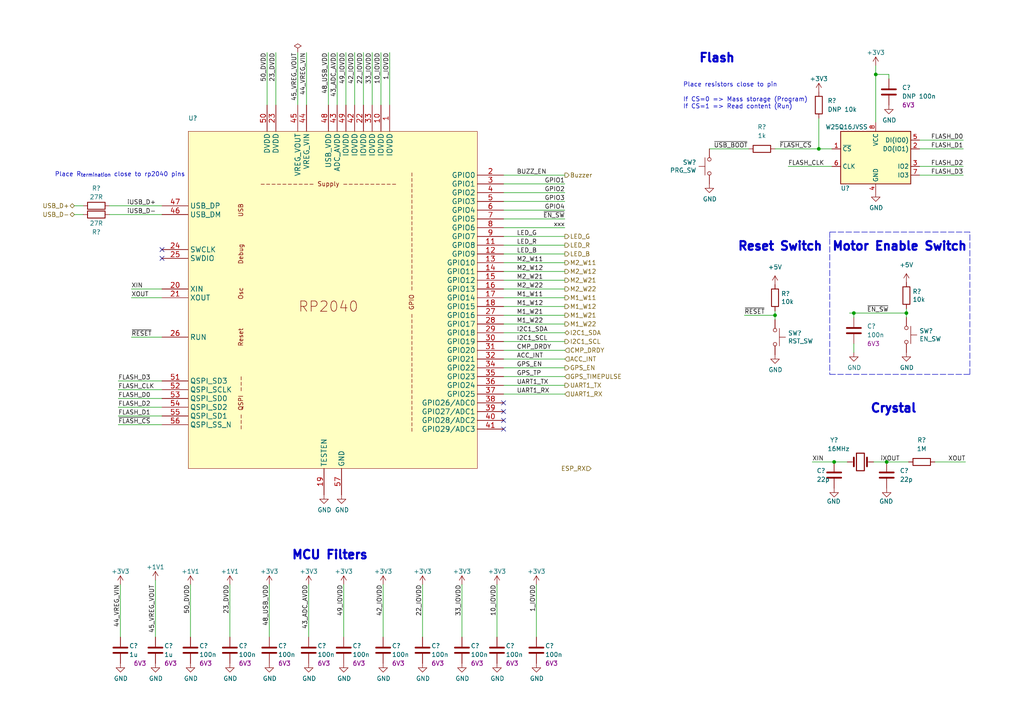
<source format=kicad_sch>
(kicad_sch (version 20211123) (generator eeschema)
  (paper "A4")
  (lib_symbols
    (symbol "Connector_Generic:Conn_02x03_Counter_Clockwise" (pin_names (offset 1.016) hide)
      (property "Reference" "J" (at 1.27 5.08 0))
      (property "Value" "Conn_02x03_Counter_Clockwise" (at 1.27 -5.08 0))
      (symbol "Conn_02x03_Counter_Clockwise_1_1"
        (rectangle (start -1.27 -2.413) (end 0 -2.667) (stroke (width 0.1524)))
        (rectangle (start -1.27 0.127) (end 0 -0.127) (stroke (width 0.1524)))
        (rectangle (start -1.27 2.667) (end 0 2.413) (stroke (width 0.1524)))
        (rectangle (start -1.27 3.81) (end 3.81 -3.81) (stroke (width 0.254)) (fill (type background)))
        (rectangle (start 3.81 -2.413) (end 2.54 -2.667) (stroke (width 0.1524)))
        (rectangle (start 3.81 0.127) (end 2.54 -0.127) (stroke (width 0.1524)))
        (rectangle (start 3.81 2.667) (end 2.54 2.413) (stroke (width 0.1524)))
        (pin passive line (at -5.08 2.54 0) (length 3.81) (name "Pin_1") (number "1"))
        (pin passive line (at -5.08 0 0) (length 3.81) (name "Pin_2") (number "2"))
        (pin passive line (at -5.08 -2.54 0) (length 3.81) (name "Pin_3") (number "3"))
        (pin passive line (at 7.62 -2.54 180) (length 3.81) (name "Pin_4") (number "4"))
        (pin passive line (at 7.62 0 180) (length 3.81) (name "Pin_5") (number "5"))
        (pin passive line (at 7.62 2.54 180) (length 3.81) (name "Pin_6") (number "6"))
      )
    )
    (symbol "Connector_Generic:Conn_02x05_Counter_Clockwise" (pin_names (offset 1.016) hide)
      (property "Reference" "J" (at 1.27 7.62 0))
      (property "Value" "Conn_02x05_Counter_Clockwise" (at 1.27 -7.62 0))
      (symbol "Conn_02x05_Counter_Clockwise_1_1"
        (rectangle (start -1.27 -4.953) (end 0 -5.207) (stroke (width 0.1524)))
        (rectangle (start -1.27 -2.413) (end 0 -2.667) (stroke (width 0.1524)))
        (rectangle (start -1.27 0.127) (end 0 -0.127) (stroke (width 0.1524)))
        (rectangle (start -1.27 2.667) (end 0 2.413) (stroke (width 0.1524)))
        (rectangle (start -1.27 5.207) (end 0 4.953) (stroke (width 0.1524)))
        (rectangle (start -1.27 6.35) (end 3.81 -6.35) (stroke (width 0.254)) (fill (type background)))
        (rectangle (start 3.81 -4.953) (end 2.54 -5.207) (stroke (width 0.1524)))
        (rectangle (start 3.81 -2.413) (end 2.54 -2.667) (stroke (width 0.1524)))
        (rectangle (start 3.81 0.127) (end 2.54 -0.127) (stroke (width 0.1524)))
        (rectangle (start 3.81 2.667) (end 2.54 2.413) (stroke (width 0.1524)))
        (rectangle (start 3.81 5.207) (end 2.54 4.953) (stroke (width 0.1524)))
        (pin passive line (at -5.08 5.08 0) (length 3.81) (name "Pin_1") (number "1"))
        (pin passive line (at 7.62 5.08 180) (length 3.81) (name "Pin_10") (number "10"))
        (pin passive line (at -5.08 2.54 0) (length 3.81) (name "Pin_2") (number "2"))
        (pin passive line (at -5.08 0 0) (length 3.81) (name "Pin_3") (number "3"))
        (pin passive line (at -5.08 -2.54 0) (length 3.81) (name "Pin_4") (number "4"))
        (pin passive line (at -5.08 -5.08 0) (length 3.81) (name "Pin_5") (number "5"))
        (pin passive line (at 7.62 -5.08 180) (length 3.81) (name "Pin_6") (number "6"))
        (pin passive line (at 7.62 -2.54 180) (length 3.81) (name "Pin_7") (number "7"))
        (pin passive line (at 7.62 0 180) (length 3.81) (name "Pin_8") (number "8"))
        (pin passive line (at 7.62 2.54 180) (length 3.81) (name "Pin_9") (number "9"))
      )
    )
    (symbol "Device:C" (pin_numbers hide) (pin_names (offset 0.254))
      (property "Reference" "C" (at 0.635 2.54 0))
      (property "Value" "C" (at 0.635 -2.54 0))
      (symbol "C_0_1"
        (polyline (pts (xy -2.032 -0.762) (xy 2.032 -0.762)) (stroke (width 0.508)))
        (polyline (pts (xy -2.032 0.762) (xy 2.032 0.762)) (stroke (width 0.508)))
      )
      (symbol "C_1_1"
        (pin passive line (at 0 3.81 270) (length 2.794) (name "~") (number "1"))
        (pin passive line (at 0 -3.81 90) (length 2.794) (name "~") (number "2"))
      )
    )
    (symbol "Device:Crystal" (pin_numbers hide) (pin_names (offset 1.016) hide)
      (property "Reference" "Y" (at 0 3.81 0))
      (property "Value" "Crystal" (at 0 -3.81 0))
      (symbol "Crystal_0_1"
        (rectangle (start -1.143 2.54) (end 1.143 -2.54) (stroke (width 0.3048)))
        (polyline (pts (xy -2.54 0) (xy -1.905 0)))
        (polyline (pts (xy -1.905 -1.27) (xy -1.905 1.27)) (stroke (width 0.508)))
        (polyline (pts (xy 1.905 -1.27) (xy 1.905 1.27)) (stroke (width 0.508)))
        (polyline (pts (xy 2.54 0) (xy 1.905 0)))
      )
      (symbol "Crystal_1_1"
        (pin passive line (at -3.81 0 0) (length 1.27) (name "1") (number "1"))
        (pin passive line (at 3.81 0 180) (length 1.27) (name "2") (number "2"))
      )
    )
    (symbol "Device:R" (pin_numbers hide) (pin_names (offset 0))
      (property "Reference" "R" (at 2.032 0 90))
      (property "Value" "R" (at 0 0 90))
      (symbol "R_0_1"
        (rectangle (start -1.016 -2.54) (end 1.016 2.54) (stroke (width 0.254)))
      )
      (symbol "R_1_1"
        (pin passive line (at 0 3.81 270) (length 1.27) (name "~") (number "1"))
        (pin passive line (at 0 -3.81 90) (length 1.27) (name "~") (number "2"))
      )
    )
    (symbol "HSD:RP2040"
      (property "Reference" "U?" (at -41.91 54.61 0))
      (property "Value" "RP2040" (at -41.91 52.07 0))
      (symbol "RP2040_1_1"
        (rectangle (start -41.91 50.8) (end 41.91 -46.99) (stroke (width 0.127)) (fill (type background)))
        (text "--- QSPI ---" (at -26.67 -27.94 900) (effects (font (size 1.27 1.27))))
        (text "---------- Supply ----------" (at -1.27 35.56 0) (effects (font (size 1.27 1.27))))
        (text "---------------------- GPIO ----------------------" (at 22.86 1.27 900) (effects (font (size 1.27 1.27))))
        (text "Debug" (at -26.67 15.24 900) (effects (font (size 1.27 1.27))))
        (text "Osc" (at -26.67 3.81 900) (effects (font (size 1.27 1.27))))
        (text "Reset" (at -26.67 -8.89 900) (effects (font (size 1.27 1.27))))
        (text "RP2040" (at -1.27 0 0) (effects (font (size 2.9972 2.9972))))
        (text "USB" (at -26.67 27.94 900) (effects (font (size 1.27 1.27))))
        (pin power_in line (at 16.51 58.42 270) (length 7.62) (name "IOVDD") (number "1"))
        (pin power_in line (at 13.97 58.42 270) (length 7.62) (name "IOVDD") (number "10"))
        (pin bidirectional line (at 49.53 17.78 180) (length 7.62) (name "GPIO8") (number "11"))
        (pin bidirectional line (at 49.53 15.24 180) (length 7.62) (name "GPIO9") (number "12"))
        (pin bidirectional line (at 49.53 12.7 180) (length 7.62) (name "GPIO10") (number "13"))
        (pin bidirectional line (at 49.53 10.16 180) (length 7.62) (name "GPIO11") (number "14"))
        (pin bidirectional line (at 49.53 7.62 180) (length 7.62) (name "GPIO12") (number "15"))
        (pin bidirectional line (at 49.53 5.08 180) (length 7.62) (name "GPIO13") (number "16"))
        (pin bidirectional line (at 49.53 2.54 180) (length 7.62) (name "GPIO14") (number "17"))
        (pin bidirectional line (at 49.53 0 180) (length 7.62) (name "GPIO15") (number "18"))
        (pin unspecified line (at -2.54 -54.61 90) (length 7.62) (name "TESTEN") (number "19"))
        (pin bidirectional line (at 49.53 38.1 180) (length 7.62) (name "GPIO0") (number "2"))
        (pin input line (at -49.53 5.08 0) (length 7.62) (name "XIN") (number "20"))
        (pin output line (at -49.53 2.54 0) (length 7.62) (name "XOUT") (number "21"))
        (pin power_in line (at 8.89 58.42 270) (length 7.62) (name "IOVDD") (number "22"))
        (pin power_in line (at -16.51 58.42 270) (length 7.62) (name "DVDD") (number "23"))
        (pin unspecified line (at -49.53 16.51 0) (length 7.62) (name "SWCLK") (number "24"))
        (pin unspecified line (at -49.53 13.97 0) (length 7.62) (name "SWDIO") (number "25"))
        (pin input line (at -49.53 -8.89 0) (length 7.62) (name "RUN") (number "26"))
        (pin bidirectional line (at 49.53 -2.54 180) (length 7.62) (name "GPIO16") (number "27"))
        (pin bidirectional line (at 49.53 -5.08 180) (length 7.62) (name "GPIO17") (number "28"))
        (pin bidirectional line (at 49.53 -7.62 180) (length 7.62) (name "GPIO18") (number "29"))
        (pin bidirectional line (at 49.53 35.56 180) (length 7.62) (name "GPIO1") (number "3"))
        (pin bidirectional line (at 49.53 -10.16 180) (length 7.62) (name "GPIO19") (number "30"))
        (pin bidirectional line (at 49.53 -12.7 180) (length 7.62) (name "GPIO20") (number "31"))
        (pin bidirectional line (at 49.53 -15.24 180) (length 7.62) (name "GPIO21") (number "32"))
        (pin power_in line (at 11.43 58.42 270) (length 7.62) (name "IOVDD") (number "33"))
        (pin bidirectional line (at 49.53 -17.78 180) (length 7.62) (name "GPIO22") (number "34"))
        (pin bidirectional line (at 49.53 -20.32 180) (length 7.62) (name "GPIO23") (number "35"))
        (pin bidirectional line (at 49.53 -22.86 180) (length 7.62) (name "GPIO24") (number "36"))
        (pin bidirectional line (at 49.53 -25.4 180) (length 7.62) (name "GPIO25") (number "37"))
        (pin bidirectional line (at 49.53 -27.94 180) (length 7.62) (name "GPIO26/ADC0") (number "38"))
        (pin bidirectional line (at 49.53 -30.48 180) (length 7.62) (name "GPIO27/ADC1") (number "39"))
        (pin bidirectional line (at 49.53 33.02 180) (length 7.62) (name "GPIO2") (number "4"))
        (pin bidirectional line (at 49.53 -33.02 180) (length 7.62) (name "GPIO28/ADC2") (number "40"))
        (pin bidirectional line (at 49.53 -35.56 180) (length 7.62) (name "GPIO29/ADC3") (number "41"))
        (pin power_in line (at 6.35 58.42 270) (length 7.62) (name "IOVDD") (number "42"))
        (pin power_in line (at 1.27 58.42 270) (length 7.62) (name "ADC_AVDD") (number "43"))
        (pin power_in line (at -7.62 58.42 270) (length 7.62) (name "VREG_VIN") (number "44"))
        (pin power_out line (at -10.16 58.42 270) (length 7.62) (name "VREG_VOUT") (number "45"))
        (pin unspecified line (at -49.53 26.67 0) (length 7.62) (name "USB_DM") (number "46"))
        (pin unspecified line (at -49.53 29.21 0) (length 7.62) (name "USB_DP") (number "47"))
        (pin power_in line (at -1.27 58.42 270) (length 7.62) (name "USB_VDD") (number "48"))
        (pin power_in line (at 3.81 58.42 270) (length 7.62) (name "IOVDD") (number "49"))
        (pin bidirectional line (at 49.53 30.48 180) (length 7.62) (name "GPIO3") (number "5"))
        (pin power_in line (at -19.05 58.42 270) (length 7.62) (name "DVDD") (number "50"))
        (pin bidirectional line (at -49.53 -21.59 0) (length 7.62) (name "QSPI_SD3") (number "51"))
        (pin unspecified line (at -49.53 -24.13 0) (length 7.62) (name "QSPI_SCLK") (number "52"))
        (pin bidirectional line (at -49.53 -26.67 0) (length 7.62) (name "QSPI_SD0") (number "53"))
        (pin bidirectional line (at -49.53 -29.21 0) (length 7.62) (name "QSPI_SD2") (number "54"))
        (pin bidirectional line (at -49.53 -31.75 0) (length 7.62) (name "QSPI_SD1") (number "55"))
        (pin unspecified line (at -49.53 -34.29 0) (length 7.62) (name "QSPI_SS_N") (number "56"))
        (pin power_in line (at 2.54 -54.61 90) (length 7.62) (name "GND") (number "57"))
        (pin bidirectional line (at 49.53 27.94 180) (length 7.62) (name "GPIO4") (number "6"))
        (pin bidirectional line (at 49.53 25.4 180) (length 7.62) (name "GPIO5") (number "7"))
        (pin bidirectional line (at 49.53 22.86 180) (length 7.62) (name "GPIO6") (number "8"))
        (pin bidirectional line (at 49.53 20.32 180) (length 7.62) (name "GPIO7") (number "9"))
      )
    )
    (symbol "Memory_Flash:W25Q32JVSS"
      (property "Reference" "U?" (at -10.16 -8.89 0))
      (property "Value" "W25Q16JVSS" (at -14.605 8.89 0))
      (symbol "W25Q32JVSS_0_1"
        (rectangle (start -10.16 7.62) (end 10.16 -7.62) (stroke (width 0.254)) (fill (type background)))
      )
      (symbol "W25Q32JVSS_1_1"
        (pin input line (at -12.7 2.54 0) (length 2.54) (name "~{CS}") (number "1"))
        (pin bidirectional line (at 12.7 2.54 180) (length 2.54) (name "DO(IO1)") (number "2"))
        (pin bidirectional line (at 12.7 -2.54 180) (length 2.54) (name "IO2") (number "3"))
        (pin power_in line (at 0 -10.16 90) (length 2.54) (name "GND") (number "4"))
        (pin bidirectional line (at 12.7 5.08 180) (length 2.54) (name "DI(IO0)") (number "5"))
        (pin input line (at -12.7 -2.54 0) (length 2.54) (name "CLK") (number "6"))
        (pin bidirectional line (at 12.7 -5.08 180) (length 2.54) (name "IO3") (number "7"))
        (pin power_in line (at 0 10.16 270) (length 2.54) (name "VCC") (number "8"))
      )
    )
    (symbol "Switch:SW_Push" (pin_numbers hide) (pin_names (offset 1.016) hide)
      (property "Reference" "SW" (at 1.27 2.54 0))
      (property "Value" "SW_Push" (at 0 -1.524 0))
      (symbol "SW_Push_0_1"
        (circle (center -2.032 0) (radius 0.508))
        (polyline (pts (xy 0 1.27) (xy 0 3.048)))
        (polyline (pts (xy 2.54 1.27) (xy -2.54 1.27)))
        (circle (center 2.032 0) (radius 0.508))
        (pin passive line (at -5.08 0 0) (length 2.54) (name "1") (number "1"))
        (pin passive line (at 5.08 0 180) (length 2.54) (name "2") (number "2"))
      )
    )
    (symbol "power:+1V1" (power) (pin_names (offset 0))
      (property "Value" "+1V1" (at 0 3.556 0))
      (symbol "+1V1_0_1"
        (polyline (pts (xy -0.762 1.27) (xy 0 2.54)))
        (polyline (pts (xy 0 0) (xy 0 2.54)))
        (polyline (pts (xy 0 2.54) (xy 0.762 1.27)))
      )
      (symbol "+1V1_1_1"
        (pin power_in line (at 0 0 90) (length 0) hide (name "+1V1") (number "1"))
      )
    )
    (symbol "power:+3V3" (power) (pin_names (offset 0))
      (property "Value" "+3V3" (at 0 3.556 0))
      (symbol "+3V3_0_1"
        (polyline (pts (xy -0.762 1.27) (xy 0 2.54)))
        (polyline (pts (xy 0 0) (xy 0 2.54)))
        (polyline (pts (xy 0 2.54) (xy 0.762 1.27)))
      )
      (symbol "+3V3_1_1"
        (pin power_in line (at 0 0 90) (length 0) hide (name "+3V3") (number "1"))
      )
    )
    (symbol "power:+5V" (power) (pin_names (offset 0))
      (property "Value" "+5V" (at 0 3.556 0))
      (symbol "+5V_0_1"
        (polyline (pts (xy -0.762 1.27) (xy 0 2.54)))
        (polyline (pts (xy 0 0) (xy 0 2.54)))
        (polyline (pts (xy 0 2.54) (xy 0.762 1.27)))
      )
      (symbol "+5V_1_1"
        (pin power_in line (at 0 0 90) (length 0) hide (name "+5V") (number "1"))
      )
    )
    (symbol "power:GND" (power) (pin_names (offset 0))
      (property "Value" "GND" (at 0 -3.81 0))
      (symbol "GND_0_1"
        (polyline (pts (xy 0 0) (xy 0 -1.27) (xy 1.27 -1.27) (xy 0 -2.54) (xy -1.27 -1.27) (xy 0 -1.27)))
      )
      (symbol "GND_1_1"
        (pin power_in line (at 0 0 270) (length 0) hide (name "GND") (number "1"))
      )
    )
    (symbol "power:PWR_FLAG" (power) (pin_numbers hide) (pin_names (offset 0) hide)
      (property "Value" "PWR_FLAG" (at 0 3.81 0))
      (symbol "PWR_FLAG_0_0"
        (pin power_out line (at 0 0 90) (length 0) (name "pwr") (number "1"))
      )
      (symbol "PWR_FLAG_0_1"
        (polyline (pts (xy 0 0) (xy 0 1.27) (xy -1.016 1.905) (xy 0 2.54) (xy 1.016 1.905) (xy 0 1.27)))
      )
    )
  )
  (junction (at 237.49 43.18))
  (junction (at 254 21.59))
  (junction (at 262.89 90.805))
  (junction (at 241.935 133.985))
  (junction (at 224.79 91.44))
  (junction (at 257.175 133.985))
  (junction (at 247.65 90.805))
  (no_connect (at 146.05 116.84))
  (no_connect (at 146.05 119.38))
  (no_connect (at 146.05 121.92))
  (no_connect (at 146.05 124.46))
  (no_connect (at 46.99 72.39))
  (no_connect (at 46.99 74.93))
  (polyline (pts (xy 240.665 67.31) (xy 240.665 69.215)))
  (wire (pts (xy 237.49 43.18) (xy 241.3 43.18)))
  (wire (pts (xy 370.84 146.05) (xy 379.73 146.05)))
  (wire (pts (xy 100.33 15.24) (xy 100.33 30.48)))
  (wire (pts (xy 146.05 53.34) (xy 163.83 53.34)))
  (wire (pts (xy 46.99 83.82) (xy 38.1 83.82)))
  (wire (pts (xy 331.47 138.43) (xy 340.36 138.43)))
  (wire (pts (xy 146.05 66.04) (xy 163.83 66.04)))
  (wire (pts (xy 262.89 90.805) (xy 262.89 92.075)))
  (wire (pts (xy 163.83 99.06) (xy 146.05 99.06)))
  (wire (pts (xy 247.65 90.805) (xy 247.65 92.075)))
  (wire (pts (xy 24.13 62.23) (xy 21.59 62.23)))
  (wire (pts (xy 224.79 91.44) (xy 224.79 92.71)))
  (wire (pts (xy 45.085 168.275) (xy 45.085 184.785)))
  (wire (pts (xy 46.99 118.11) (xy 34.29 118.11)))
  (wire (pts (xy 146.05 86.36) (xy 163.83 86.36)))
  (wire (pts (xy 257.81 21.59) (xy 254 21.59)))
  (wire (pts (xy 370.84 143.51) (xy 379.73 143.51)))
  (polyline (pts (xy 281.305 108.585) (xy 281.305 67.31)))
  (wire (pts (xy 355.6 135.89) (xy 358.14 135.89)))
  (wire (pts (xy 146.05 88.9) (xy 163.83 88.9)))
  (wire (pts (xy 146.05 76.2) (xy 163.83 76.2)))
  (wire (pts (xy 318.77 143.51) (xy 309.88 143.51)))
  (wire (pts (xy 307.34 140.97) (xy 318.77 140.97)))
  (wire (pts (xy 21.59 59.69) (xy 24.13 59.69)))
  (wire (pts (xy 146.05 83.82) (xy 163.83 83.82)))
  (wire (pts (xy 224.79 91.44) (xy 215.9 91.44)))
  (wire (pts (xy 46.99 97.79) (xy 38.1 97.79)))
  (wire (pts (xy 144.145 169.545) (xy 144.145 184.785)))
  (wire (pts (xy 224.79 43.18) (xy 237.49 43.18)))
  (wire (pts (xy 241.935 133.985) (xy 245.745 133.985)))
  (wire (pts (xy 146.05 55.88) (xy 163.83 55.88)))
  (wire (pts (xy 88.9 15.24) (xy 88.9 30.48)))
  (wire (pts (xy 155.575 169.545) (xy 155.575 184.785)))
  (wire (pts (xy 99.695 169.545) (xy 99.695 184.785)))
  (wire (pts (xy 163.83 96.52) (xy 146.05 96.52)))
  (wire (pts (xy 254 19.05) (xy 254 21.59)))
  (wire (pts (xy 146.05 81.28) (xy 163.83 81.28)))
  (wire (pts (xy 133.985 169.545) (xy 133.985 184.785)))
  (wire (pts (xy 247.65 90.805) (xy 262.89 90.805)))
  (wire (pts (xy 379.73 135.89) (xy 370.84 135.89)))
  (wire (pts (xy 247.65 99.695) (xy 247.65 102.235)))
  (wire (pts (xy 146.05 104.14) (xy 163.83 104.14)))
  (wire (pts (xy 205.74 43.18) (xy 217.17 43.18)))
  (wire (pts (xy 257.81 21.59) (xy 257.81 22.86)))
  (wire (pts (xy 102.87 15.24) (xy 102.87 30.48)))
  (wire (pts (xy 163.83 114.3) (xy 146.05 114.3)))
  (wire (pts (xy 34.925 169.545) (xy 34.925 184.785)))
  (polyline (pts (xy 240.665 108.585) (xy 281.305 108.585)))
  (wire (pts (xy -12.7 97.79) (xy -21.59 97.79)))
  (wire (pts (xy 146.05 68.58) (xy 163.83 68.58)))
  (wire (pts (xy 241.3 48.26) (xy 228.6 48.26)))
  (wire (pts (xy 31.75 59.69) (xy 46.99 59.69)))
  (wire (pts (xy 46.99 86.36) (xy 38.1 86.36)))
  (wire (pts (xy 111.125 169.545) (xy 111.125 184.785)))
  (wire (pts (xy 110.49 15.24) (xy 110.49 30.48)))
  (wire (pts (xy 349.25 140.97) (xy 358.14 140.97)))
  (polyline (pts (xy 341.63 115.57) (xy 341.63 157.48)))
  (wire (pts (xy 146.05 93.98) (xy 163.83 93.98)))
  (polyline (pts (xy 281.305 67.31) (xy 240.665 67.31)))
  (wire (pts (xy 89.535 169.545) (xy 89.535 184.785)))
  (wire (pts (xy 246.38 90.805) (xy 247.65 90.805)))
  (wire (pts (xy 146.05 58.42) (xy 163.83 58.42)))
  (wire (pts (xy 97.79 15.24) (xy 97.79 30.48)))
  (wire (pts (xy 345.44 138.43) (xy 358.14 138.43)))
  (wire (pts (xy 358.14 143.51) (xy 349.25 143.51)))
  (wire (pts (xy 146.05 63.5) (xy 163.83 63.5)))
  (wire (pts (xy 46.99 120.65) (xy 34.29 120.65)))
  (wire (pts (xy 370.84 138.43) (xy 379.73 138.43)))
  (wire (pts (xy 46.99 62.23) (xy 31.75 62.23)))
  (wire (pts (xy 163.83 106.68) (xy 146.05 106.68)))
  (wire (pts (xy 235.585 133.985) (xy 241.935 133.985)))
  (wire (pts (xy 146.05 78.74) (xy 163.83 78.74)))
  (wire (pts (xy 146.05 91.44) (xy 163.83 91.44)))
  (wire (pts (xy 55.245 169.545) (xy 55.245 184.785)))
  (wire (pts (xy 163.83 111.76) (xy 146.05 111.76)))
  (wire (pts (xy 95.25 15.24) (xy 95.25 30.48)))
  (wire (pts (xy 224.79 90.17) (xy 224.79 91.44)))
  (wire (pts (xy 46.99 113.03) (xy 34.29 113.03)))
  (wire (pts (xy 146.05 50.8) (xy 163.83 50.8)))
  (wire (pts (xy 80.01 15.24) (xy 80.01 30.48)))
  (wire (pts (xy 349.25 146.05) (xy 358.14 146.05)))
  (wire (pts (xy 86.36 15.24) (xy 86.36 30.48)))
  (wire (pts (xy 266.7 40.64) (xy 279.4 40.64)))
  (wire (pts (xy 146.05 60.96) (xy 163.83 60.96)))
  (wire (pts (xy 107.95 15.24) (xy 107.95 30.48)))
  (wire (pts (xy 146.05 73.66) (xy 163.83 73.66)))
  (wire (pts (xy -12.7 95.25) (xy -21.59 95.25)))
  (wire (pts (xy 163.83 109.22) (xy 146.05 109.22)))
  (wire (pts (xy 122.555 169.545) (xy 122.555 184.785)))
  (wire (pts (xy 113.03 15.24) (xy 113.03 30.48)))
  (wire (pts (xy 146.05 101.6) (xy 163.83 101.6)))
  (polyline (pts (xy 240.665 69.215) (xy 240.665 108.585)))
  (wire (pts (xy 253.365 133.985) (xy 257.175 133.985)))
  (wire (pts (xy 331.47 143.51) (xy 340.36 143.51)))
  (wire (pts (xy 262.89 89.535) (xy 262.89 90.805)))
  (wire (pts (xy 271.145 133.985) (xy 280.035 133.985)))
  (wire (pts (xy 46.99 123.19) (xy 34.29 123.19)))
  (wire (pts (xy 370.84 140.97) (xy 379.73 140.97)))
  (wire (pts (xy 237.49 34.29) (xy 237.49 43.18)))
  (wire (pts (xy 266.7 43.18) (xy 279.4 43.18)))
  (wire (pts (xy 46.99 115.57) (xy 34.29 115.57)))
  (wire (pts (xy 266.7 50.8) (xy 279.4 50.8)))
  (wire (pts (xy 266.7 48.26) (xy 279.4 48.26)))
  (wire (pts (xy 331.47 140.97) (xy 340.36 140.97)))
  (wire (pts (xy 77.47 15.24) (xy 77.47 30.48)))
  (wire (pts (xy 146.05 71.12) (xy 163.83 71.12)))
  (wire (pts (xy 254 21.59) (xy 254 35.56)))
  (wire (pts (xy 316.23 138.43) (xy 318.77 138.43)))
  (wire (pts (xy 66.675 169.545) (xy 66.675 184.785)))
  (wire (pts (xy 257.175 133.985) (xy 263.525 133.985)))
  (wire (pts (xy 78.105 169.545) (xy 78.105 184.785)))
  (wire (pts (xy 105.41 15.24) (xy 105.41 30.48)))
  (wire (pts (xy 46.99 110.49) (xy 34.29 110.49)))
  (text "Expansion" (at 372.11 120.65 180) (effects (font (size 2.5 2.5) (thickness 0.6) bold) (justify right bottom)))
  (text "Reset Switch" (at 238.76 73.025 180) (effects (font (size 2.5 2.5) (thickness 0.6) bold) (justify right bottom)))
  (text "Debug" (at 332.74 120.65 180) (effects (font (size 2.5 2.5) (thickness 0.6) bold) (justify right bottom)))
  (text "Crystal" (at 266.065 120.015 180) (effects (font (size 2.5 2.5) (thickness 0.6) bold) (justify right bottom)))
  (text "Motor Enable Switch" (at 280.67 73.025 180) (effects (font (size 2.5 2.5) (thickness 0.6) bold) (justify right bottom)))
  (text "Flash" (at 213.36 18.415 180) (effects (font (size 2.5 2.5) (thickness 0.5994) bold) (justify right bottom)))
  (text "If CS=0 => Mass storage (Program)\nIf CS=1 => Read content (Run)" (at 198.12 31.75 0) (effects (font (size 1.27 1.27)) (justify left bottom)))
  (text "Place resistors close to pin" (at 198.12 25.4 0) (effects (font (size 1.27 1.27)) (justify left bottom)))
  (text "MCU Filters" (at 84.455 162.56 0) (effects (font (size 2.5 2.5) (thickness 0.6) bold) (justify left bottom)))
  (text "Place R_{termination} close to rp2040 pins\n" (at 15.875 51.435 0) (effects (font (size 1.27 1.27)) (justify left bottom)))
  (label "FLASH_D0" (at 279.4 40.64 180))
  (label "iUSB_D-" (at 36.83 62.23 0))
  (label "I2C1_SDA" (at 149.86 96.52 0))
  (label "XIN" (at 38.1 83.82 0))
  (label "~{FLASH_CS}" (at 226.06 43.18 0))
  (label "FLASH_D1" (at 279.4 43.18 180))
  (label "iXOUT" (at 260.985 133.985 180))
  (label "XOUT" (at 280.035 133.985 180))
  (label "M1_W21" (at 149.86 91.44 0))
  (label "xxx" (at 163.83 66.04 180))
  (label "I2C1_SDA" (at 309.88 143.51 0))
  (label "LED_R" (at 149.86 71.12 0))
  (label "1_IOVDD" (at 113.03 15.24 270))
  (label "44_VREG_VIN" (at 34.925 169.545 270))
  (label "~{RESET}" (at 38.1 97.79 0))
  (label "FLASH_D0" (at 34.29 115.57 0))
  (label "FLASH_CLK" (at 228.6 48.26 0))
  (label "~{RESET}" (at 215.9 91.44 0))
  (label "45_VREG_VOUT" (at 45.085 169.545 270))
  (label "43_ADC_AVDD" (at 97.79 15.24 270))
  (label "22_IOVDD" (at 122.555 169.545 270))
  (label "44_VREG_VIN" (at 88.9 15.24 270))
  (label "EXT_ADC0" (at 349.25 143.51 0))
  (label "10_IOVDD" (at 144.145 169.545 270))
  (label "I2C1_SDA" (at 349.25 146.05 0))
  (label "FLASH_CLK" (at 34.29 113.03 0))
  (label "M1_W12" (at 149.86 88.9 0))
  (label "GPIO4" (at 379.73 140.97 180))
  (label "FLASH_D1" (at 34.29 120.65 0))
  (label "GPIO1" (at 163.83 53.34 180))
  (label "XIN" (at 235.585 133.985 0))
  (label "48_USB_VDD" (at 78.105 169.545 270))
  (label "M2_W22" (at 149.86 83.82 0))
  (label "49_IOVDD" (at 99.695 169.545 270))
  (label "42_IOVDD" (at 102.87 15.24 270))
  (label "GPIO3" (at 163.83 58.42 180))
  (label "~{FLASH_CS}" (at 34.29 123.19 0))
  (label "UART1_TX" (at 149.86 111.76 0))
  (label "SWCLK" (at -21.59 95.25 0))
  (label "48_USB_VDD" (at 95.25 15.24 270))
  (label "I2C1_SCL" (at 349.25 140.97 0))
  (label "FLASH_D3" (at 279.4 50.8 180))
  (label "22_IOVDD" (at 105.41 15.24 270))
  (label "FLASH_D2" (at 34.29 118.11 0))
  (label "~{EN_SW}" (at 251.46 90.805 0))
  (label "23_DVDD" (at 66.675 169.545 270))
  (label "iUSB_D+" (at 36.83 59.69 0))
  (label "GPIO2" (at 379.73 143.51 180))
  (label "SWDIO" (at 340.36 143.51 180))
  (label "XOUT" (at 38.1 86.36 0))
  (label "43_ADC_AVDD" (at 89.535 169.545 270))
  (label "23_DVDD" (at 80.01 15.24 270))
  (label "SWCLK" (at 340.36 138.43 180))
  (label "GPIO4" (at 163.83 60.96 180))
  (label "BUZZ_EN" (at 149.86 50.8 0))
  (label "GPS_TP" (at 149.86 109.22 0))
  (label "M2_W21" (at 149.86 81.28 0))
  (label "50_DVDD" (at 55.245 169.545 270))
  (label "33_IOVDD" (at 133.985 169.545 270))
  (label "GPIO2" (at 163.83 55.88 180))
  (label "CMP_DRDY" (at 149.86 101.6 0))
  (label "1_IOVDD" (at 155.575 169.545 270))
  (label "M1_W22" (at 149.86 93.98 0))
  (label "M2_W12" (at 149.86 78.74 0))
  (label "GPS_EN" (at 149.86 106.68 0))
  (label "M2_W11" (at 149.86 76.2 0))
  (label "LED_B" (at 149.86 73.66 0))
  (label "GPIO3" (at 379.73 135.89 180))
  (label "45_VREG_VOUT" (at 86.36 15.24 270))
  (label "33_IOVDD" (at 107.95 15.24 270))
  (label "I2C1_SCL" (at 340.36 140.97 180))
  (label "~{USB_BOOT}" (at 207.01 43.18 0))
  (label "UART1_RX" (at 149.86 114.3 0))
  (label "50_DVDD" (at 77.47 15.24 270))
  (label "10_IOVDD" (at 110.49 15.24 270))
  (label "FLASH_D2" (at 279.4 48.26 180))
  (label "GPIO1" (at 379.73 138.43 180))
  (label "42_IOVDD" (at 111.125 169.545 270))
  (label "~{EN_SW}" (at 163.83 63.5 180))
  (label "EXT_ADC1" (at 379.73 146.05 180))
  (label "I2C1_SCL" (at 149.86 99.06 0))
  (label "FLASH_D3" (at 34.29 110.49 0))
  (label "SWDIO" (at -21.59 97.79 0))
  (label "49_IOVDD" (at 100.33 15.24 270))
  (label "LED_G" (at 149.86 68.58 0))
  (label "ACC_INT" (at 149.86 104.14 0))
  (label "M1_W11" (at 149.86 86.36 0))
  (hierarchical_label "I2C1_SDA" (shape bidirectional) (at 163.83 96.52 0))
  (hierarchical_label "ACC_INT" (shape input) (at 163.83 104.14 0))
  (hierarchical_label "UART1_TX" (shape output) (at 163.83 111.76 0))
  (hierarchical_label "ESP_RX" (shape input) (at 171.45 135.89 180))
  (hierarchical_label "LED_G" (shape output) (at 163.83 68.58 0))
  (hierarchical_label "Buzzer" (shape output) (at 163.83 50.8 0))
  (hierarchical_label "LED_B" (shape output) (at 163.83 73.66 0))
  (hierarchical_label "USB_D-" (shape bidirectional) (at 21.59 62.23 180))
  (hierarchical_label "USB_D+" (shape bidirectional) (at 21.59 59.69 180))
  (hierarchical_label "M2_W12" (shape output) (at 163.83 78.74 0))
  (hierarchical_label "M1_W12" (shape output) (at 163.83 88.9 0))
  (hierarchical_label "I2C1_SCL" (shape output) (at 163.83 99.06 0))
  (hierarchical_label "M2_W22" (shape output) (at 163.83 83.82 0))
  (hierarchical_label "M1_W22" (shape output) (at 163.83 93.98 0))
  (hierarchical_label "M2_W21" (shape output) (at 163.83 81.28 0))
  (hierarchical_label "GPS_TIMEPULSE" (shape input) (at 163.83 109.22 0))
  (hierarchical_label "UART1_RX" (shape input) (at 163.83 114.3 0))
  (hierarchical_label "LED_R" (shape output) (at 163.83 71.12 0))
  (hierarchical_label "GPS_EN" (shape output) (at 163.83 106.68 0))
  (hierarchical_label "CMP_DRDY" (shape input) (at 163.83 101.6 0))
  (hierarchical_label "M2_W11" (shape output) (at 163.83 76.2 0))
  (hierarchical_label "M1_W21" (shape output) (at 163.83 91.44 0))
  (hierarchical_label "M1_W11" (shape output) (at 163.83 86.36 0))
  (symbol (lib_id "power:+3V3") (at 99.695 169.545 0) (unit 1)
    (property "Reference" "#PWR?" (effects hide))
    (property "Value" "+3V3" (at 99.695 165.735 0))
  )
  (symbol (lib_id "power:+3V3") (at 237.49 26.67 0) (unit 1)
    (property "Reference" "#PWR?" (effects hide))
    (property "Value" "+3V3" (at 237.49 22.86 0))
  )
  (symbol (lib_id "Device:C") (at 89.535 188.595 0) (unit 1)
    (property "Reference" "C?" (at 92.075 187.325 0) (effects (justify left)))
    (property "Value" "100n" (at 92.075 189.865 0) (effects (justify left)))
    (property "Footprint" "Capacitor_SMD:C_0603_1608Metric" (effects hide))
    (property "Voltage" "6V3" (at 92.075 192.4051 0) (effects (justify left)))
  )
  (symbol (lib_id "power:GND") (at 45.085 192.405 0) (unit 1)
    (property "Reference" "#PWR?" (effects hide))
    (property "Value" "GND" (at 45.212 196.7992 0))
  )
  (symbol (lib_id "power:GND") (at 34.925 192.405 0) (unit 1)
    (property "Reference" "#PWR?" (effects hide))
    (property "Value" "GND" (at 35.052 196.7992 0))
  )
  (symbol (lib_id "Memory_Flash:W25Q32JVSS") (at 254 45.72 0) (unit 1)
    (property "Reference" "U?" (at 243.84 54.61 0) (effects (justify left)))
    (property "Value" "W25Q16JVSS" (at 239.395 36.83 0) (effects (justify left)))
    (property "Footprint" "Package_SO:SOIC-8_5.23x5.23mm_P1.27mm" (effects hide))
    (property "Datasheet" "http://www.winbond.com/resource-files/w25q32jv%20revg%2003272018%20plus.pdf" (effects hide))
  )
  (symbol (lib_id "power:GND") (at 78.105 192.405 0) (unit 1)
    (property "Reference" "#PWR?" (effects hide))
    (property "Value" "GND" (at 78.232 196.7992 0))
  )
  (symbol (lib_id "power:GND") (at 55.245 192.405 0) (unit 1)
    (property "Reference" "#PWR?" (effects hide))
    (property "Value" "GND" (at 55.372 196.7992 0))
  )
  (symbol (lib_id "power:PWR_FLAG") (at 86.36 15.24 0) (unit 1)
    (property "Reference" "#FLG?" (effects hide))
    (property "Value" "PWR_FLAG" (effects hide))
  )
  (symbol (lib_id "Device:C") (at 111.125 188.595 0) (unit 1)
    (property "Reference" "C?" (at 113.665 187.325 0) (effects (justify left)))
    (property "Value" "100n" (at 113.665 189.865 0) (effects (justify left)))
    (property "Footprint" "Capacitor_SMD:C_0603_1608Metric" (effects hide))
    (property "Voltage" "6V3" (at 113.665 192.4051 0) (effects (justify left)))
  )
  (symbol (lib_id "power:GND") (at 99.695 192.405 0) (unit 1)
    (property "Reference" "#PWR?" (effects hide))
    (property "Value" "GND" (at 99.822 196.7992 0))
  )
  (symbol (lib_id "Device:R") (at 27.94 62.23 270) (unit 1)
    (property "Reference" "R?" (at 27.94 67.31 90))
    (property "Value" "27R" (at 27.94 64.77 90))
    (property "Footprint" "Resistor_SMD:R_0603_1608Metric" (effects hide))
  )
  (symbol (lib_id "HSD:RP2040") (at 96.52 88.9 0) (unit 1)
    (property "Reference" "U?" (at 54.61 34.29 0) (effects (justify left)))
  )
  (symbol (lib_id "power:+3V3") (at 34.925 169.545 0) (unit 1)
    (property "Reference" "#PWR?" (effects hide))
    (property "Value" "+3V3" (at 34.925 165.735 0))
  )
  (symbol (lib_id "power:+5V") (at 316.23 138.43 0) (unit 1)
    (property "Reference" "#PWR?" (effects hide))
    (property "Value" "+5V" (at 316.23 134.62 0))
  )
  (symbol (lib_id "power:+3V3") (at 155.575 169.545 0) (unit 1)
    (property "Reference" "#PWR?" (effects hide))
    (property "Value" "+3V3" (at 155.575 165.735 0))
  )
  (symbol (lib_id "power:GND") (at 133.985 192.405 0) (unit 1)
    (property "Reference" "#PWR?" (effects hide))
    (property "Value" "GND" (at 134.112 196.7992 0))
  )
  (symbol (lib_id "Device:R") (at 237.49 30.48 0) (unit 1)
    (property "Reference" "R?" (at 240.03 29.2099 0) (effects (justify left)))
    (property "Value" "DNP 10k" (at 240.03 31.7499 0) (effects (justify left)))
    (property "Footprint" "Resistor_SMD:R_0603_1608Metric" (effects hide))
  )
  (symbol (lib_id "power:GND") (at 155.575 192.405 0) (unit 1)
    (property "Reference" "#PWR?" (effects hide))
    (property "Value" "GND" (at 155.702 196.7992 0))
  )
  (symbol (lib_id "power:GND") (at 307.34 140.97 0) (unit 1)
    (property "Reference" "#PWR?" (effects hide))
    (property "Value" "GND" (at 307.467 145.3642 0))
  )
  (symbol (lib_id "Device:Crystal") (at 249.555 133.985 0) (unit 1)
    (property "Reference" "Y?" (at 241.935 127.635 0))
    (property "Value" "16MHz" (at 243.205 130.175 0))
    (property "Footprint" "Crystal:Crystal_SMD_HC49-SD" (effects hide))
  )
  (symbol (lib_id "power:+3V3") (at 89.535 169.545 0) (unit 1)
    (property "Reference" "#PWR?" (effects hide))
    (property "Value" "+3V3" (at 89.535 165.735 0))
  )
  (symbol (lib_id "power:GND") (at 111.125 192.405 0) (unit 1)
    (property "Reference" "#PWR?" (effects hide))
    (property "Value" "GND" (at 111.252 196.7992 0))
  )
  (symbol (lib_id "Device:C") (at 155.575 188.595 0) (unit 1)
    (property "Reference" "C?" (at 158.115 187.325 0) (effects (justify left)))
    (property "Value" "100n" (at 158.115 189.865 0) (effects (justify left)))
    (property "Footprint" "Capacitor_SMD:C_0603_1608Metric" (effects hide))
    (property "Voltage" "6V3" (at 158.115 192.4051 0) (effects (justify left)))
  )
  (symbol (lib_id "Device:R") (at 27.94 59.69 270) (unit 1)
    (property "Reference" "R?" (at 27.94 54.61 90))
    (property "Value" "27R" (at 27.94 57.15 90))
    (property "Footprint" "Resistor_SMD:R_0603_1608Metric" (effects hide))
  )
  (symbol (lib_id "Device:C") (at 34.925 188.595 0) (unit 1)
    (property "Reference" "C?" (at 37.465 187.325 0) (effects (justify left)))
    (property "Value" "1u" (at 37.465 189.865 0) (effects (justify left)))
    (property "Footprint" "Capacitor_SMD:C_0805_2012Metric" (effects hide))
    (property "Voltage" "6V3" (at 38.735 192.4051 0) (effects (justify left)))
  )
  (symbol (lib_id "Device:C") (at 241.935 137.795 0) (unit 1)
    (property "Reference" "C?" (at 236.855 136.525 0) (effects (justify left)))
    (property "Value" "22p" (at 236.855 139.065 0) (effects (justify left)))
    (property "Footprint" "Capacitor_SMD:C_0603_1608Metric" (effects hide))
  )
  (symbol (lib_id "power:+1V1") (at 45.085 168.275 0) (unit 1)
    (property "Reference" "#PWR?" (effects hide))
    (property "Value" "+1V1" (at 45.085 164.465 0))
  )
  (symbol (lib_id "power:GND") (at 144.145 192.405 0) (unit 1)
    (property "Reference" "#PWR?" (effects hide))
    (property "Value" "GND" (at 144.272 196.7992 0))
  )
  (symbol (lib_id "power:+3V3") (at 111.125 169.545 0) (unit 1)
    (property "Reference" "#PWR?" (effects hide))
    (property "Value" "+3V3" (at 111.125 165.735 0))
  )
  (symbol (lib_id "Switch:SW_Push") (at 262.89 97.155 270) (unit 1)
    (property "Reference" "SW?" (at 266.6492 95.9866 90) (effects (justify left)))
    (property "Value" "EN_SW" (at 266.6492 98.298 90) (effects (justify left)))
    (property "Footprint" "Button_Switch_THT:SW_PUSH_6mm" (effects hide))
  )
  (symbol (lib_id "power:GND") (at 89.535 192.405 0) (unit 1)
    (property "Reference" "#PWR?" (effects hide))
    (property "Value" "GND" (at 89.662 196.7992 0))
  )
  (symbol (lib_id "Device:R") (at 220.98 43.18 90) (unit 1)
    (property "Reference" "R?" (at 220.98 36.83 90))
    (property "Value" "1k" (at 220.98 39.37 90))
    (property "Footprint" "Resistor_SMD:R_0603_1608Metric" (effects hide))
  )
  (symbol (lib_id "Device:C") (at 66.675 188.595 0) (unit 1)
    (property "Reference" "C?" (at 69.215 187.325 0) (effects (justify left)))
    (property "Value" "100n" (at 69.215 189.865 0) (effects (justify left)))
    (property "Footprint" "Capacitor_SMD:C_0603_1608Metric" (effects hide))
    (property "Voltage" "6V3" (at 69.215 192.4051 0) (effects (justify left)))
  )
  (symbol (lib_id "Device:C") (at 257.175 137.795 0) (unit 1)
    (property "Reference" "C?" (at 260.985 136.5249 0) (effects (justify left)))
    (property "Value" "22p" (at 260.985 139.0649 0) (effects (justify left)))
    (property "Footprint" "Capacitor_SMD:C_0603_1608Metric" (effects hide))
  )
  (symbol (lib_id "power:+3V3") (at 78.105 169.545 0) (unit 1)
    (property "Reference" "#PWR?" (effects hide))
    (property "Value" "+3V3" (at 78.105 165.735 0))
  )
  (symbol (lib_id "Device:C") (at 55.245 188.595 0) (unit 1)
    (property "Reference" "C?" (at 57.785 187.325 0) (effects (justify left)))
    (property "Value" "100n" (at 57.785 189.865 0) (effects (justify left)))
    (property "Footprint" "Capacitor_SMD:C_0603_1608Metric" (effects hide))
    (property "Voltage" "6V3" (at 57.785 192.4051 0) (effects (justify left)))
  )
  (symbol (lib_id "Device:C") (at 257.81 26.67 0) (unit 1)
    (property "Reference" "C?" (at 261.62 25.3999 0) (effects (justify left)))
    (property "Value" "DNP 100n" (at 261.62 27.9399 0) (effects (justify left)))
    (property "Footprint" "Capacitor_SMD:C_0603_1608Metric" (effects hide))
    (property "Voltage" "6V3" (at 261.62 30.48 0) (effects (justify left)))
  )
  (symbol (lib_id "power:GND") (at 257.81 30.48 0) (unit 1)
    (property "Reference" "#PWR?" (effects hide))
    (property "Value" "GND" (at 257.937 34.8742 0))
  )
  (symbol (lib_id "power:GND") (at 254 55.88 0) (unit 1)
    (property "Reference" "#PWR?" (effects hide))
    (property "Value" "GND" (at 254.127 60.2742 0))
  )
  (symbol (lib_id "power:GND") (at 205.74 53.34 0) (unit 1)
    (property "Reference" "#PWR?" (effects hide))
    (property "Value" "GND" (at 205.867 57.7342 0))
  )
  (symbol (lib_id "power:+3V3") (at 122.555 169.545 0) (unit 1)
    (property "Reference" "#PWR?" (effects hide))
    (property "Value" "+3V3" (at 122.555 165.735 0))
  )
  (symbol (lib_id "power:GND") (at 93.98 143.51 0) (unit 1)
    (property "Reference" "#PWR?" (effects hide))
    (property "Value" "GND" (at 94.107 147.9042 0))
  )
  (symbol (lib_id "Device:C") (at 122.555 188.595 0) (unit 1)
    (property "Reference" "C?" (at 125.095 187.325 0) (effects (justify left)))
    (property "Value" "100n" (at 125.095 189.865 0) (effects (justify left)))
    (property "Footprint" "Capacitor_SMD:C_0603_1608Metric" (effects hide))
    (property "Voltage" "6V3" (at 125.095 192.4051 0) (effects (justify left)))
  )
  (symbol (lib_id "Device:C") (at 133.985 188.595 0) (unit 1)
    (property "Reference" "C?" (at 136.525 187.325 0) (effects (justify left)))
    (property "Value" "100n" (at 136.525 189.865 0) (effects (justify left)))
    (property "Footprint" "Capacitor_SMD:C_0603_1608Metric" (effects hide))
    (property "Voltage" "6V3" (at 136.525 192.4051 0) (effects (justify left)))
  )
  (symbol (lib_id "power:GND") (at 66.675 192.405 0) (unit 1)
    (property "Reference" "#PWR?" (effects hide))
    (property "Value" "GND" (at 66.802 196.7992 0))
  )
  (symbol (lib_id "Connector_Generic:Conn_02x05_Counter_Clockwise") (at 363.22 140.97 0) (unit 1)
    (property "Reference" "J?" (at 364.49 125.222 0))
    (property "Value" "Conn_02x08_Counter_Clockwise" (at 364.49 127.254 0))
    (property "Footprint" "Connector_PinHeader_2.54mm:PinHeader_2x05_P2.54mm_Vertical" (effects hide))
  )
  (symbol (lib_id "Device:C") (at 144.145 188.595 0) (unit 1)
    (property "Reference" "C?" (at 146.685 187.325 0) (effects (justify left)))
    (property "Value" "100n" (at 146.685 189.865 0) (effects (justify left)))
    (property "Footprint" "Capacitor_SMD:C_0603_1608Metric" (effects hide))
    (property "Voltage" "6V3" (at 146.685 192.4051 0) (effects (justify left)))
  )
  (symbol (lib_id "Device:C") (at 45.085 188.595 0) (unit 1)
    (property "Reference" "C?" (at 47.625 187.325 0) (effects (justify left)))
    (property "Value" "1u" (at 47.625 189.865 0) (effects (justify left)))
    (property "Footprint" "Capacitor_SMD:C_0805_2012Metric" (effects hide))
    (property "Voltage" "6V3" (at 47.625 192.4051 0) (effects (justify left)))
  )
  (symbol (lib_id "power:GND") (at 224.79 102.87 0) (unit 1)
    (property "Reference" "#PWR?" (effects hide))
    (property "Value" "GND" (at 224.917 107.2642 0))
  )
  (symbol (lib_id "Switch:SW_Push") (at 205.74 48.26 90) (mirror x) (unit 1)
    (property "Reference" "SW?" (at 201.9808 47.0916 90) (effects (justify left)))
    (property "Value" "PRG_SW" (at 201.9808 49.403 90) (effects (justify left)))
    (property "Footprint" "Button_Switch_THT:SW_PUSH_6mm" (effects hide))
  )
  (symbol (lib_id "power:+5V") (at 224.79 82.55 0) (unit 1)
    (property "Reference" "#PWR?" (effects hide))
    (property "Value" "+5V" (at 224.79 77.47 0))
  )
  (symbol (lib_id "power:+3V3") (at 254 19.05 0) (unit 1)
    (property "Reference" "#PWR?" (effects hide))
    (property "Value" "+3V3" (at 254 15.24 0))
  )
  (symbol (lib_id "power:GND") (at 241.935 141.605 0) (unit 1)
    (property "Reference" "#PWR?" (effects hide))
    (property "Value" "GND" (at 243.84 145.415 0) (effects (justify right)))
  )
  (symbol (lib_id "Device:C") (at 247.65 95.885 0) (unit 1)
    (property "Reference" "C?" (at 251.46 94.6149 0) (effects (justify left)))
    (property "Value" "100n" (at 251.46 97.1549 0) (effects (justify left)))
    (property "Footprint" "Capacitor_SMD:C_0603_1608Metric" (effects hide))
    (property "Voltage" "6V3" (at 251.46 99.695 0) (effects (justify left)))
  )
  (symbol (lib_id "power:GND") (at 99.06 143.51 0) (unit 1)
    (property "Reference" "#PWR?" (effects hide))
    (property "Value" "GND" (at 99.187 147.9042 0))
  )
  (symbol (lib_id "power:GND") (at 262.89 102.235 0) (unit 1)
    (property "Reference" "#PWR?" (effects hide))
    (property "Value" "GND" (at 263.017 106.6292 0))
  )
  (symbol (lib_id "Switch:SW_Push") (at 224.79 97.79 270) (unit 1)
    (property "Reference" "SW?" (at 228.5492 96.6216 90) (effects (justify left)))
    (property "Value" "RST_SW" (at 228.5492 98.933 90) (effects (justify left)))
    (property "Footprint" "Button_Switch_THT:SW_PUSH_6mm" (effects hide))
  )
  (symbol (lib_id "Device:R") (at 262.89 85.725 0) (unit 1)
    (property "Reference" "R?" (at 264.668 84.5566 0) (effects (justify left)))
    (property "Value" "10k" (at 264.668 86.868 0) (effects (justify left)))
    (property "Footprint" "Resistor_SMD:R_0603_1608Metric" (effects hide))
  )
  (symbol (lib_id "power:GND") (at 257.175 141.605 0) (unit 1)
    (property "Reference" "#PWR?" (effects hide))
    (property "Value" "GND" (at 259.08 145.415 0) (effects (justify right)))
  )
  (symbol (lib_id "Device:C") (at 99.695 188.595 0) (unit 1)
    (property "Reference" "C?" (at 102.235 187.325 0) (effects (justify left)))
    (property "Value" "100n" (at 102.235 189.865 0) (effects (justify left)))
    (property "Footprint" "Capacitor_SMD:C_0603_1608Metric" (effects hide))
    (property "Voltage" "6V3" (at 102.235 192.4051 0) (effects (justify left)))
  )
  (symbol (lib_id "power:+3V3") (at 144.145 169.545 0) (unit 1)
    (property "Reference" "#PWR?" (effects hide))
    (property "Value" "+3V3" (at 144.145 165.735 0))
  )
  (symbol (lib_id "power:+1V1") (at 66.675 169.545 0) (unit 1)
    (property "Reference" "#PWR?" (effects hide))
    (property "Value" "+1V1" (at 66.675 165.735 0))
  )
  (symbol (lib_id "power:GND") (at 345.44 138.43 0) (unit 1)
    (property "Reference" "#PWR?" (effects hide))
    (property "Value" "GND" (at 345.567 142.8242 0))
  )
  (symbol (lib_id "Connector_Generic:Conn_02x03_Counter_Clockwise") (at 323.85 140.97 0) (unit 1)
    (property "Reference" "J?" (at 325.12 132.08 0))
    (property "Value" "Conn_02x03_Counter_Clockwise" (at 325.12 134.62 0))
    (property "Footprint" "Connector_PinHeader_2.54mm:PinHeader_2x03_P2.54mm_Vertical" (effects hide))
  )
  (symbol (lib_id "Device:C") (at 78.105 188.595 0) (unit 1)
    (property "Reference" "C?" (at 80.645 187.325 0) (effects (justify left)))
    (property "Value" "100n" (at 80.645 189.865 0) (effects (justify left)))
    (property "Footprint" "Capacitor_SMD:C_0603_1608Metric" (effects hide))
    (property "Voltage" "6V3" (at 80.645 192.4051 0) (effects (justify left)))
  )
  (symbol (lib_id "Device:R") (at 224.79 86.36 0) (unit 1)
    (property "Reference" "R?" (at 226.568 85.1916 0) (effects (justify left)))
    (property "Value" "10k" (at 226.568 87.503 0) (effects (justify left)))
    (property "Footprint" "Resistor_SMD:R_0603_1608Metric" (effects hide))
  )
  (symbol (lib_id "power:+5V") (at 262.89 81.915 0) (unit 1)
    (property "Reference" "#PWR?" (effects hide))
    (property "Value" "+5V" (at 262.89 76.835 0))
  )
  (symbol (lib_id "power:+1V1") (at 55.245 169.545 0) (unit 1)
    (property "Reference" "#PWR?" (effects hide))
    (property "Value" "+1V1" (at 55.245 165.735 0))
  )
  (symbol (lib_id "power:GND") (at 247.65 102.235 0) (unit 1)
    (property "Reference" "#PWR?" (effects hide))
    (property "Value" "GND" (at 247.777 106.6292 0))
  )
  (symbol (lib_id "power:+3V3") (at 133.985 169.545 0) (unit 1)
    (property "Reference" "#PWR?" (effects hide))
    (property "Value" "+3V3" (at 133.985 165.735 0))
  )
  (symbol (lib_id "power:GND") (at 122.555 192.405 0) (unit 1)
    (property "Reference" "#PWR?" (effects hide))
    (property "Value" "GND" (at 122.682 196.7992 0))
  )
  (symbol (lib_id "Device:R") (at 267.335 133.985 90) (unit 1)
    (property "Reference" "R?" (at 267.335 127.635 90))
    (property "Value" "1M" (at 267.335 130.175 90))
    (property "Footprint" "Resistor_SMD:R_0603_1608Metric" (effects hide))
  )
  (symbol (lib_id "power:+5V") (at 355.6 135.89 0) (unit 1)
    (property "Reference" "#PWR?" (effects hide))
    (property "Value" "+5V" (at 355.6 132.08 0))
  )
)
</source>
